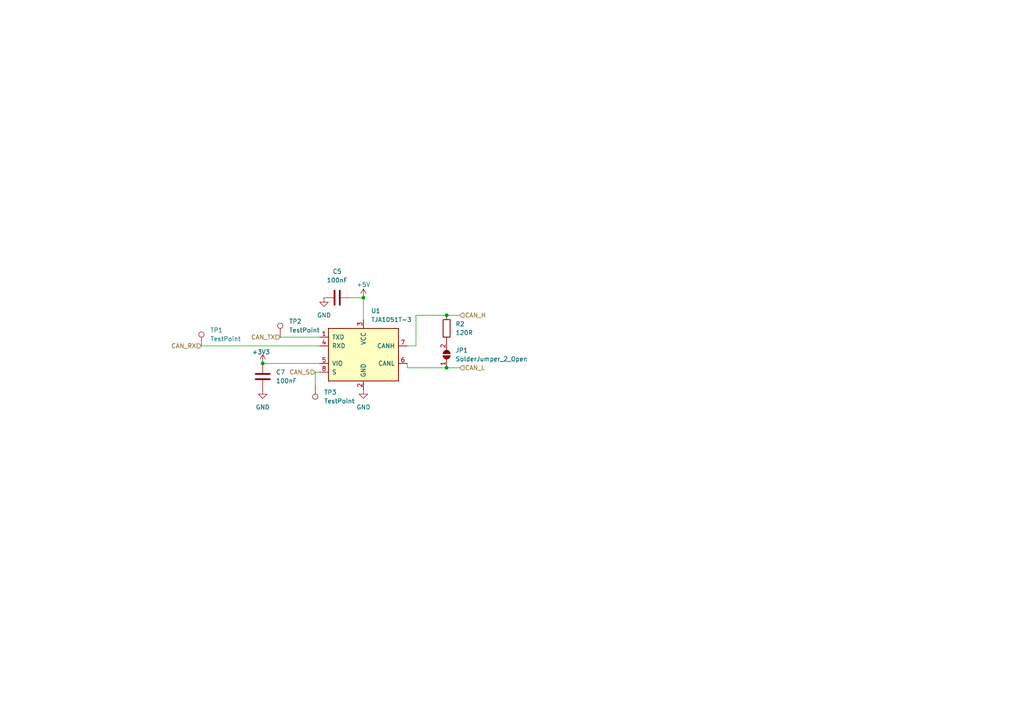
<source format=kicad_sch>
(kicad_sch (version 20231120) (generator "eeschema") (generator_version "8.0")
  (paper "A4")
  (lib_symbols
    (symbol "Connector:TestPoint" (pin_numbers hide) (pin_names (offset 0.762) hide)
      (property "Reference" "TP" (at 0 6.858 0))
      (property "Value" "TestPoint" (at 0 5.08 0))
      (symbol "TestPoint_0_1"
        (circle (center 0 3.302) (radius 0.762))
      )
      (symbol "TestPoint_1_1"
        (pin passive line (at 0 0 90) (length 2.54) (name "1") (number "1"))
      )
    )
    (symbol "Device:C" (pin_numbers hide) (pin_names (offset 0.254))
      (property "Reference" "C" (at 0.635 2.54 0))
      (property "Value" "C" (at 0.635 -2.54 0))
      (symbol "C_0_1"
        (polyline (pts (xy -2.032 -0.762) (xy 2.032 -0.762)) (stroke (width 0.508)))
        (polyline (pts (xy -2.032 0.762) (xy 2.032 0.762)) (stroke (width 0.508)))
      )
      (symbol "C_1_1"
        (pin passive line (at 0 3.81 270) (length 2.794) (name "~") (number "1"))
        (pin passive line (at 0 -3.81 90) (length 2.794) (name "~") (number "2"))
      )
    )
    (symbol "Device:R" (pin_numbers hide) (pin_names (offset 0))
      (property "Reference" "R" (at 2.032 0 90))
      (property "Value" "R" (at 0 0 90))
      (symbol "R_0_1"
        (rectangle (start -1.016 -2.54) (end 1.016 2.54) (stroke (width 0.254)))
      )
      (symbol "R_1_1"
        (pin passive line (at 0 3.81 270) (length 1.27) (name "~") (number "1"))
        (pin passive line (at 0 -3.81 90) (length 1.27) (name "~") (number "2"))
      )
    )
    (symbol "Interface_CAN_LIN:TJA1051T-3" (pin_names (offset 1.016))
      (property "Reference" "U" (at -10.16 8.89 0))
      (property "Value" "TJA1051T-3" (at 1.27 8.89 0))
      (symbol "TJA1051T-3_0_1"
        (rectangle (start -10.16 7.62) (end 10.16 -7.62) (stroke (width 0.254)) (fill (type background)))
      )
      (symbol "TJA1051T-3_1_1"
        (pin input line (at -12.7 5.08 0) (length 2.54) (name "TXD") (number "1"))
        (pin power_in line (at 0 -10.16 90) (length 2.54) (name "GND") (number "2"))
        (pin power_in line (at 0 10.16 270) (length 2.54) (name "VCC") (number "3"))
        (pin output line (at -12.7 2.54 0) (length 2.54) (name "RXD") (number "4"))
        (pin power_in line (at -12.7 -2.54 0) (length 2.54) (name "VIO") (number "5"))
        (pin bidirectional line (at 12.7 -2.54 180) (length 2.54) (name "CANL") (number "6"))
        (pin bidirectional line (at 12.7 2.54 180) (length 2.54) (name "CANH") (number "7"))
        (pin input line (at -12.7 -5.08 0) (length 2.54) (name "S") (number "8"))
      )
    )
    (symbol "Jumper:SolderJumper_2_Open" (pin_names (offset 0) hide)
      (property "Reference" "JP" (at 0 2.032 0))
      (property "Value" "SolderJumper_2_Open" (at 0 -2.54 0))
      (symbol "SolderJumper_2_Open_0_1"
        (arc (start -0.254 1.016) (mid -1.2656 0) (end -0.254 -1.016))
        (arc (start -0.254 1.016) (mid -1.2656 0) (end -0.254 -1.016) (fill (type outline)))
        (polyline (pts (xy -0.254 1.016) (xy -0.254 -1.016)))
        (polyline (pts (xy 0.254 1.016) (xy 0.254 -1.016)))
        (arc (start 0.254 -1.016) (mid 1.2656 0) (end 0.254 1.016))
        (arc (start 0.254 -1.016) (mid 1.2656 0) (end 0.254 1.016) (fill (type outline)))
      )
      (symbol "SolderJumper_2_Open_1_1"
        (pin passive line (at -3.81 0 0) (length 2.54) (name "A") (number "1"))
        (pin passive line (at 3.81 0 180) (length 2.54) (name "B") (number "2"))
      )
    )
    (symbol "power:+3V3" (power) (pin_names (offset 0))
      (property "Value" "+3V3" (at 0 3.556 0))
      (symbol "+3V3_0_1"
        (polyline (pts (xy -0.762 1.27) (xy 0 2.54)))
        (polyline (pts (xy 0 0) (xy 0 2.54)))
        (polyline (pts (xy 0 2.54) (xy 0.762 1.27)))
      )
      (symbol "+3V3_1_1"
        (pin power_in line (at 0 0 90) (length 0) hide (name "+3V3") (number "1"))
      )
    )
    (symbol "power:+5V" (power) (pin_names (offset 0))
      (property "Value" "+5V" (at 0 3.556 0))
      (symbol "+5V_0_1"
        (polyline (pts (xy -0.762 1.27) (xy 0 2.54)))
        (polyline (pts (xy 0 0) (xy 0 2.54)))
        (polyline (pts (xy 0 2.54) (xy 0.762 1.27)))
      )
      (symbol "+5V_1_1"
        (pin power_in line (at 0 0 90) (length 0) hide (name "+5V") (number "1"))
      )
    )
    (symbol "power:GND" (power) (pin_names (offset 0))
      (property "Value" "GND" (at 0 -3.81 0))
      (symbol "GND_0_1"
        (polyline (pts (xy 0 0) (xy 0 -1.27) (xy 1.27 -1.27) (xy 0 -2.54) (xy -1.27 -1.27) (xy 0 -1.27)))
      )
      (symbol "GND_1_1"
        (pin power_in line (at 0 0 270) (length 0) hide (name "GND") (number "1"))
      )
    )
  )
  (junction (at 105.41 86.36))
  (junction (at 129.54 91.44))
  (junction (at 76.2 105.41))
  (junction (at 129.54 106.68))
  (wire (pts (xy 120.65 100.33) (xy 120.65 91.44)))
  (wire (pts (xy 76.2 105.41) (xy 92.71 105.41)))
  (wire (pts (xy 91.44 107.95) (xy 92.71 107.95)))
  (wire (pts (xy 133.35 91.44) (xy 129.54 91.44)))
  (wire (pts (xy 58.42 100.33) (xy 92.71 100.33)))
  (wire (pts (xy 118.11 106.68) (xy 118.11 105.41)))
  (wire (pts (xy 105.41 86.36) (xy 105.41 92.71)))
  (wire (pts (xy 133.35 106.68) (xy 129.54 106.68)))
  (wire (pts (xy 81.28 97.79) (xy 92.71 97.79)))
  (wire (pts (xy 118.11 106.68) (xy 129.54 106.68)))
  (wire (pts (xy 101.6 86.36) (xy 105.41 86.36)))
  (wire (pts (xy 118.11 100.33) (xy 120.65 100.33)))
  (wire (pts (xy 91.44 107.95) (xy 91.44 111.76)))
  (wire (pts (xy 120.65 91.44) (xy 129.54 91.44)))
  (hierarchical_label "CAN_S" (shape input) (at 91.44 107.95 180))
  (hierarchical_label "CAN_RX" (shape input) (at 58.42 100.33 180))
  (hierarchical_label "CAN_L" (shape input) (at 133.35 106.68 0))
  (hierarchical_label "CAN_H" (shape input) (at 133.35 91.44 0))
  (hierarchical_label "CAN_TX" (shape input) (at 81.28 97.79 180))
  (symbol (lib_id "Interface_CAN_LIN:TJA1051T-3") (at 105.41 102.87 0) (unit 1)
    (property "Reference" "U1" (at 107.6041 90.17 0) (effects (justify left)))
    (property "Value" "TJA1051T-3" (at 107.6041 92.71 0) (effects (justify left)))
    (property "Footprint" "Package_SO:SOIC-8_3.9x4.9mm_P1.27mm" (effects (hide yes)))
    (property "Datasheet" "http://www.nxp.com/docs/en/data-sheet/TJA1051.pdf" (effects (hide yes)))
    (property "Description" "High-Speed CAN Transceiver, separate VIO, silent mode, SOIC-8" (effects (hide yes)))
  )
  (symbol (lib_id "Connector:TestPoint") (at 81.28 97.79 0) (unit 1)
    (property "Reference" "TP2" (at 83.82 93.2179 0) (effects (justify left)))
    (property "Value" "TestPoint" (at 83.82 95.7579 0) (effects (justify left)))
    (property "Footprint" "TestPoint:TestPoint_Pad_D1.0mm" (effects (hide yes)))
    (property "Description" "test point" (effects (hide yes)))
  )
  (symbol (lib_id "Device:C") (at 97.79 86.36 90) (unit 1)
    (property "Reference" "C5" (at 97.79 78.74 90))
    (property "Value" "100nF" (at 97.79 81.28 90))
    (property "Footprint" "Capacitor_SMD:C_0603_1608Metric" (effects (hide yes)))
    (property "Description" "Unpolarized capacitor" (effects (hide yes)))
  )
  (symbol (lib_id "Jumper:SolderJumper_2_Open") (at 129.54 102.87 90) (unit 1)
    (property "Reference" "JP1" (at 132.08 101.5999 90) (effects (justify right)))
    (property "Value" "SolderJumper_2_Open" (at 132.08 104.1399 90) (effects (justify right)))
    (property "Footprint" "Jumper:SolderJumper-2_P1.3mm_Open_Pad1.0x1.5mm" (effects (hide yes)))
    (property "Description" "Solder Jumper, 2-pole, open" (effects (hide yes)))
  )
  (symbol (lib_id "Device:C") (at 76.2 109.22 180) (unit 1)
    (property "Reference" "C7" (at 80.01 107.9499 0) (effects (justify right)))
    (property "Value" "100nF" (at 80.01 110.4899 0) (effects (justify right)))
    (property "Footprint" "Capacitor_SMD:C_0603_1608Metric" (effects (hide yes)))
    (property "Description" "Unpolarized capacitor" (effects (hide yes)))
  )
  (symbol (lib_id "Connector:TestPoint") (at 91.44 111.76 180) (unit 1)
    (property "Reference" "TP3" (at 93.98 113.7919 0) (effects (justify right)))
    (property "Value" "TestPoint" (at 93.98 116.3319 0) (effects (justify right)))
    (property "Footprint" "TestPoint:TestPoint_Pad_D1.0mm" (effects (hide yes)))
    (property "Description" "test point" (effects (hide yes)))
  )
  (symbol (lib_id "power:GND") (at 76.2 113.03 0) (unit 1)
    (property "Reference" "#PWR02" (effects (hide yes)))
    (property "Value" "GND" (at 76.2 118.11 0))
    (property "Description" "Power symbol creates a global label with name \"GND\" , ground" (effects (hide yes)))
  )
  (symbol (lib_id "power:GND") (at 93.98 86.36 0) (unit 1)
    (property "Reference" "#PWR01" (effects (hide yes)))
    (property "Value" "GND" (at 93.98 91.44 0))
    (property "Description" "Power symbol creates a global label with name \"GND\" , ground" (effects (hide yes)))
  )
  (symbol (lib_id "Connector:TestPoint") (at 58.42 100.33 0) (unit 1)
    (property "Reference" "TP1" (at 60.96 95.7579 0) (effects (justify left)))
    (property "Value" "TestPoint" (at 60.96 98.2979 0) (effects (justify left)))
    (property "Footprint" "TestPoint:TestPoint_Pad_D1.0mm" (effects (hide yes)))
    (property "Description" "test point" (effects (hide yes)))
  )
  (symbol (lib_id "power:+3V3") (at 76.2 105.41 0) (unit 1)
    (property "Reference" "#PWR03" (effects (hide yes)))
    (property "Value" "+3V3" (at 75.692 102.108 0))
    (property "Description" "Power symbol creates a global label with name \"+3V3\"" (effects (hide yes)))
  )
  (symbol (lib_id "power:+5V") (at 105.41 86.36 0) (unit 1)
    (property "Reference" "#PWR04" (effects (hide yes)))
    (property "Value" "+5V" (at 105.41 82.55 0))
    (property "Description" "Power symbol creates a global label with name \"+5V\"" (effects (hide yes)))
  )
  (symbol (lib_id "Device:R") (at 129.54 95.25 0) (unit 1)
    (property "Reference" "R2" (at 132.08 93.9799 0) (effects (justify left)))
    (property "Value" "120R" (at 132.08 96.5199 0) (effects (justify left)))
    (property "Footprint" "Resistor_SMD:R_0603_1608Metric" (effects (hide yes)))
    (property "Description" "Resistor" (effects (hide yes)))
  )
  (symbol (lib_id "power:GND") (at 105.41 113.03 0) (unit 1)
    (property "Reference" "#PWR05" (effects (hide yes)))
    (property "Value" "GND" (at 105.41 118.11 0))
    (property "Description" "Power symbol creates a global label with name \"GND\" , ground" (effects (hide yes)))
  )
)
</source>
